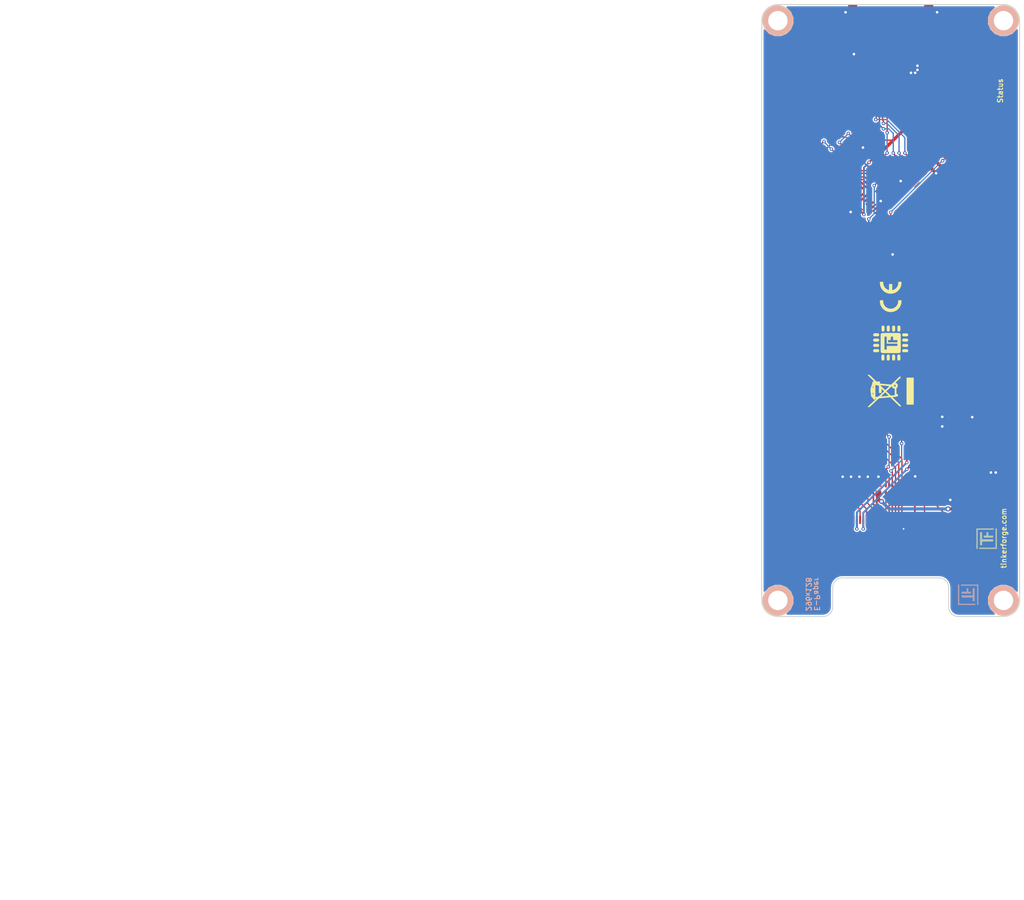
<source format=kicad_pcb>
(kicad_pcb (version 20211014) (generator pcbnew)
  (layers (0 "F.Cu" signal) (31 "B.Cu" signal) (34 "B.Paste" user) (35 "F.Paste" user) (36 "B.SilkS" user "B.Silkscreen") (37 "F.SilkS" user "F.Silkscreen") (38 "B.Mask" user) (39 "F.Mask" user) (44 "Edge.Cuts" user))
  (net 0 "")
  (net 1 "Net-(C1-Pad2)")
  (net 2 "GND")
  (net 3 "VGH")
  (net 4 "VCI")
  (net 5 "VGL")
  (net 6 "Net-(C7-Pad2)")
  (net 7 "Net-(C9-Pad1)")
  (net 8 "Net-(C10-Pad1)")
  (net 9 "Net-(C11-Pad1)")
  (net 10 "Net-(C15-Pad1)")
  (net 11 "Net-(C16-Pad1)")
  (net 12 "Net-(D1-Pad2)")
  (net 13 "Net-(P1-Pad4)")
  (net 14 "Net-(P1-Pad5)")
  (net 15 "Net-(P1-Pad6)")
  (net 16 "Net-(P4-Pad2)")
  (net 17 "Net-(P5-Pad1)")
  (net 18 "RESE")
  (net 19 "GDR")
  (net 20 "Net-(R2-Pad1)")
  (net 21 "S-MISO")
  (net 22 "S-MOSI")
  (net 23 "S-CLK")
  (net 24 "S-CS")
  (net 25 "TSCL")
  (net 26 "TSDA")
  (net 27 "CS#")
  (net 28 "CLK")
  (net 29 "MISO_MOSI")
  (net 30 "BUSY")
  (net 31 "RES#")
  (net 32 "DC#")
  (net 33 "+VSW")
  (net 34 "3V3")
  (net 35 "Net-(RP101-Pad1)")
  (net 36 "Net-(RP101-Pad2)")
  (net 37 "Net-(RP101-Pad3)")
  (net 38 "Net-(RP101-Pad4)")
  (footprint "kicad-libraries:C0402F" (layer "F.Cu") (at 146.25 65.2)
    (fp_text reference "C1")
    (fp_text value "220pF")
  )
  (footprint "kicad-libraries:C0603F" (layer "F.Cu") (at 159.45 123.75 -90)
    (fp_text reference "C2")
    (fp_text value "1uF")
  )
  (footprint "kicad-libraries:C0805" (layer "F.Cu") (at 153.00076 65.5 180)
    (fp_text reference "C3")
    (fp_text value "10uF")
  )
  (footprint "kicad-libraries:C0603F" (layer "F.Cu") (at 153.25 67.5 180)
    (fp_text reference "C4")
    (fp_text value "1uF")
  )
  (footprint "kicad-libraries:C0603F" (layer "F.Cu") (at 159.45 120.75 90)
    (fp_text reference "C5")
    (fp_text value "1uF")
  )
  (footprint "kicad-libraries:C0603F" (layer "F.Cu") (at 147.45 80.95 -45)
    (fp_text reference "C6")
    (fp_text value "100nF")
  )
  (footprint "kicad-libraries:C0603F" (layer "F.Cu") (at 146.95 132.65 -90)
    (fp_text reference "C7")
    (fp_text value "1uF/10V")
  )
  (footprint "kicad-libraries:C0603F" (layer "F.Cu") (at 148.6 132.65 90)
    (fp_text reference "C8")
    (fp_text value "4,7uF/10V")
  )
  (footprint "kicad-libraries:C0603F" (layer "F.Cu") (at 145.65 132.65 90)
    (fp_text reference "C10")
    (fp_text value "1uF/25V")
  )
  (footprint "kicad-libraries:C0603F" (layer "F.Cu") (at 154.25 132.65 90)
    (fp_text reference "C11")
    (fp_text value "1uF/25V")
  )
  (footprint "kicad-libraries:C0603F" (layer "F.Cu") (at 145.05 88.8 -45)
    (fp_text reference "C13")
    (fp_text value "100nF")
  )
  (footprint "kicad-libraries:C0603F" (layer "F.Cu") (at 144.35 132.65 90)
    (fp_text reference "C15")
    (fp_text value "1uF/25V")
  )
  (footprint "kicad-libraries:C0603F" (layer "F.Cu") (at 143.05 132.65 90)
    (fp_text reference "C16")
    (fp_text value "0,47uF/25V")
  )
  (footprint "kicad-libraries:C0603F" (layer "F.Cu") (at 164.85 131.95 90)
    (fp_text reference "C17")
    (fp_text value "1uF")
  )
  (footprint "kicad-libraries:D0603F" (layer "F.Cu") (at 169 70.9 -90)
    (fp_text reference "D1")
    (fp_text value "blue")
  )
  (footprint "kicad-libraries:SOD-123" (layer "F.Cu") (at 161.3 124.25 -90)
    (fp_text reference "D2")
    (fp_text value "B0520LW")
  )
  (footprint "kicad-libraries:SOD-123" (layer "F.Cu") (at 159.45 128.2 90)
    (fp_text reference "D3")
    (fp_text value "B0520LW")
  )
  (footprint "kicad-libraries:SOD-123" (layer "F.Cu") (at 163.15 124.25 90)
    (fp_text reference "D4")
    (fp_text value "B0520LW")
  )
  (footprint "NRH3015" (layer "F.Cu") (at 162.4 131.95)
    (fp_text reference "L1")
    (fp_text value "NR3015T4R7M")
  )
  (footprint "kicad-libraries:CON-SENSOR2" (layer "F.Cu") (at 150.5 57.5 180)
    (fp_text reference "P1")
    (fp_text value "CON-SENSOR")
  )
  (footprint "kicad-libraries:DEBUG_PAD" (layer "F.Cu") (at 153.05 95.15 -90)
    (fp_text reference "P5")
    (fp_text value "DEBUG")
  )
  (footprint "kicad-libraries:SOT23GDS" (layer "F.Cu") (at 158.4 131.949999 90)
    (fp_text reference "Q1")
    (fp_text value "2N7002P")
  )
  (footprint "kicad-libraries:R0603F" (layer "F.Cu") (at 158.15 134.4)
    (fp_text reference "R1")
    (fp_text value "2,2")
  )
  (footprint "kicad-libraries:R0603F" (layer "F.Cu") (at 169 74.1 90)
    (fp_text reference "R2")
    (fp_text value "1k")
  )
  (footprint "kicad-libraries:4X0402" (layer "F.Cu") (at 149 65.75 180)
    (fp_text reference "RP1")
    (fp_text value "82")
  )
  (footprint "kicad-libraries:4X0402" (layer "F.Cu") (at 143.75 80.1 -135)
    (fp_text reference "RP2")
    (fp_text value "4,7k")
  )
  (footprint "kicad-libraries:QFN48-EP2" (layer "F.Cu") (at 150.5 86.5 45)
    (fp_text reference "U1")
    (fp_text value "XMC1404")
  )
  (footprint "kicad-libraries:DRILL_NP" (layer "F.Cu") (at 133 150 -90)
    (fp_text reference "U4" hide)
    (fp_text value "DRILL" hide)
  )
  (footprint "kicad-libraries:DRILL_NP" (layer "F.Cu") (at 168 150 -90)
    (fp_text reference "U5" hide)
    (fp_text value "DRILL" hide)
  )
  (footprint "kicad-libraries:DRILL_NP" (layer "F.Cu") (at 133 60 -90)
    (fp_text reference "U6" hide)
    (fp_text value "DRILL" hide)
  )
  (footprint "kicad-libraries:DRILL_NP" (layer "F.Cu") (at 168 60 -90)
    (fp_text reference "U7" hide)
    (fp_text value "DRILL" hide)
  )
  (footprint "kicad-libraries:ER-CON24HT-1" (layer "F.Cu") (at 150.5 137.5)
    (fp_text reference "U2")
    (fp_text value "Con24HT")
  )
  (footprint "kicad-libraries:C0603F" (layer "F.Cu") (at 156.03033 82.18033 135)
    (fp_text reference "C14")
    (fp_text value "220nF")
  )
  (footprint "kicad-libraries:C0603F" (layer "F.Cu") (at 154.98033 83.18033 135)
    (fp_text reference "C12")
    (fp_text value "100nF")
  )
  (footprint "kicad-libraries:C0603F" (layer "F.Cu") (at 161.3 128.6 -90)
    (fp_text reference "C9")
    (fp_text value "1uF")
  )
  (footprint "kicad-libraries:R0603F" (layer "F.Cu") (at 168.15 131.95 -90)
    (fp_text reference "L2")
    (fp_text value "FB")
  )
  (footprint "kicad-libraries:CE_5mm" (layer "F.Cu") (at 150.5 102.85 90)
    (fp_text reference "VAL" hide)
    (fp_text value "CE_5mm" hide)
  )
  (footprint "kicad-libraries:C0805E" (layer "F.Cu") (at 166.5 131.95 90)
    (fp_text reference "C18")
    (fp_text value "10uF")
  )
  (footprint "kicad-libraries:SolderJumper" (layer "F.Cu") (at 150.8 95.175 90)
    (fp_text reference "P4")
    (fp_text value "BOOT")
  )
  (footprint "kicad-libraries:WEEE_7mm" (layer "F.Cu") (at 150.5 117.5 90)
    (fp_text reference "VAL" hide)
    (fp_text value "WEEE_7mm" hide)
  )
  (footprint "kicad-libraries:Logo_CoMCU" (layer "F.Cu") (at 150.5 110.05 90)
    (fp_text reference "G***" hide)
    (fp_text value "LOGO" hide)
  )
  (footprint "kicad-libraries:4X0402" (layer "F.Cu") (at 150.5 132.7)
    (fp_text reference "RP101")
    (fp_text value "220")
  )
  (footprint "kicad-libraries:Fiducial_Mark" (layer "F.Cu") (at 163.5 64.5 -90)
    (fp_text reference "Fiducial_Mark" hide)
    (fp_text value "VAL**" hide)
  )
  (footprint "kicad-libraries:Fiducial_Mark" (layer "F.Cu") (at 137.5 64.5 -90)
    (fp_text reference "Fiducial_Mark" hide)
    (fp_text value "VAL**" hide)
  )
  (footprint "kicad-libraries:Fiducial_Mark" (layer "F.Cu") (at 137.5 145.5 -90)
    (fp_text reference "Fiducial_Mark" hide)
    (fp_text value "VAL**" hide)
  )
  (footprint "kicad-libraries:Fiducial_Mark" (layer "F.Cu") (at 160.5 145.5 -90)
    (fp_text reference "Fiducial_Mark" hide)
    (fp_text value "VAL**" hide)
  )
  (footprint "kicad-libraries:Logo_31x31" (layer "F.Cu") (at 163.8 142 90)
    (fp_text reference "G***" hide)
    (fp_text value "Logo_31x31" hide)
  )
  (footprint "kicad-libraries:Logo_31x31" (layer "B.Cu") (at 164.1 150.7 90)
    (fp_text reference "G***" hide)
    (fp_text value "Logo_31x31" hide)
  )
  (footprint "kicad-libraries:E-Paper-296x128" (layer "B.Cu") (at 150.5 105 -90)
    (fp_text reference "REF**")
    (fp_text value "E-Paper-296x128")
  )
  (gr_arc (start 141.5 148) (mid 141.93934 146.93934) (end 143 146.5) (layer "Edge.Cuts") (width 0.15))
  (gr_line (start 158 146.5) (end 143 146.5) (layer "Edge.Cuts") (width 0.15))
  (gr_arc (start 130.5 60) (mid 131.232233 58.232233) (end 133 57.5) (layer "Edge.Cuts") (width 0.15))
  (gr_arc (start 133 152.5) (mid 131.232233 151.767767) (end 130.5 150) (layer "Edge.Cuts") (width 0.15))
  (gr_arc (start 158 146.5) (mid 159.06066 146.93934) (end 159.5 148) (layer "Edge.Cuts") (width 0.15))
  (gr_line (start 133 152.5) (end 140 152.5) (layer "Edge.Cuts") (width 0.15))
  (gr_line (start 130.5 60) (end 130.5 150) (layer "Edge.Cuts") (width 0.15))
  (gr_line (start 141.5 151) (end 141.5 148) (layer "Edge.Cuts") (width 0.15))
  (gr_arc (start 141.5 151) (mid 141.06066 152.06066) (end 140 152.5) (layer "Edge.Cuts") (width 0.15))
  (gr_line (start 133 57.5) (end 168 57.5) (layer "Edge.Cuts") (width 0.15))
  (gr_arc (start 161 152.5) (mid 159.93934 152.06066) (end 159.5 151) (layer "Edge.Cuts") (width 0.15))
  (gr_line (start 159.5 151) (end 159.5 148) (layer "Edge.Cuts") (width 0.15))
  (gr_line (start 170.5 150) (end 170.5 60) (layer "Edge.Cuts") (width 0.15))
  (gr_arc (start 170.5 150) (mid 169.767767 151.767767) (end 168 152.5) (layer "Edge.Cuts") (width 0.15))
  (gr_arc (start 168 57.5) (mid 169.767767 58.232233) (end 170.5 60) (layer "Edge.Cuts") (width 0.15))
  (gr_line (start 161 152.5) (end 168 152.5) (layer "Edge.Cuts") (width 0.15))
  (gr_text "E-Paper\n296x128" (at 138.4 149.05 -90) (layer "B.SilkS") (effects (font (size 0.8 0.8)) (justify mirror)))
  (gr_text "tinkerforge.com" (at 168.05 140.35 90) (layer "F.SilkS") (effects (font (size 0.8 0.8))))
  (gr_text "Status" (at 167.5 70.9 90) (layer "F.SilkS") (effects (font (size 0.8 0.8))))
  (segment (start 148.2507 65.175) (end 146.775 65.175) (width 0.2) (layer "F.Cu") (net 1))
  (segment (start 146.75 65.2) (end 146.75 62.1) (width 0.2) (layer "F.Cu") (net 1))
  (segment (start 146.775 65.175) (end 146.75 65.2) (width 0.2) (layer "F.Cu") (net 1))
  (segment (start 155.56066 83.71066) (end 156.56066 82.71066) (width 0.2) (layer "F.Cu") (net 2))
  (segment (start 155.51066 83.71066) (end 155.56066 83.71066) (width 0.2) (layer "F.Cu") (net 2))
  (segment (start 153.48382 84.57585) (end 153.483296 84.575851) (width 0.3) (layer "F.Cu") (net 2))
  (segment (start 144.51967 88.26967) (end 144.843675 88.26967) (width 0.2) (layer "F.Cu") (net 2))
  (segment (start 144.283267 88.506073) (end 144.283267 89.7) (width 0.5) (layer "F.Cu") (net 2))
  (segment (start 150.5 86.5) (end 150.45 86.5) (width 0.5) (layer "F.Cu") (net 2))
  (segment (start 146.91967 80.41967) (end 146.2 79.7) (width 0.5) (layer "F.Cu") (net 2))
  (segment (start 151.3 95.7) (end 150.8 95.7) (width 0.2) (layer "F.Cu") (net 2))
  (segment (start 153 62.1) (end 153 63.55) (width 0.5) (layer "F.Cu") (net 2))
  (segment (start 154.65 67) (end 154.65 67.65) (width 0.5) (layer "F.Cu") (net 2))
  (segment (start 145.65 131.9) (end 145.65 130.8) (width 0.5) (layer "F.Cu") (net 2))
  (segment (start 148.25 135.521764) (end 147.824999 135.096763) (width 0.25) (layer "F.Cu") (net 2))
  (segment (start 156.56066 82.71066) (end 157.544975 83.694975) (width 0.5) (layer "F.Cu") (net 2))
  (segment (start 153.48382 84.57585) (end 154.05967 84) (width 0.2) (layer "F.Cu") (net 2))
  (segment (start 159.45 123) (end 158.5 123) (width 0.5) (layer "F.Cu") (net 2))
  (segment (start 159.45 121.5) (end 158.5 121.5) (width 0.5) (layer "F.Cu") (net 2))
  (segment (start 153.65 68.1) (end 153.65 67.85) (width 0.5) (layer "F.Cu") (net 2))
  (segment (start 150.45 86.5) (end 148.95 88) (width 0.5) (layer "F.Cu") (net 2))
  (segment (start 166.2 131.4) (end 166.65 130.95) (width 0.5) (layer "F.Cu") (net 2))
  (segment (start 150.359998 95.675) (end 150.25 95.565002) (width 0.2) (layer "F.Cu") (net 2))
  (segment (start 154.00152 64.55152) (end 154.00152 65.5) (width 0.5) (layer "F.Cu") (net 2))
  (segment (start 147.824999 135.096763) (end 147.824999 132.275001) (width 0.25) (layer "F.Cu") (net 2))
  (segment (start 147.824999 132.275001) (end 148.2 131.9) (width 0.25) (layer "F.Cu") (net 2))
  (segment (start 150.8 95.675) (end 150.8 96.3) (width 0.3) (layer "F.Cu") (net 2))
  (segment (start 166.5 130.6) (end 166.05 130.15) (width 0.5) (layer "F.Cu") (net 2))
  (segment (start 144.843675 88.26967) (end 146.004484 87.108861) (width 0.2) (layer "F.Cu") (net 2))
  (segment (start 156.4 58.7) (end 157.700018 58.7) (width 0.5) (layer "F.Cu") (net 2))
  (segment (start 166.5 131) (end 165.05 131) (width 0.5) (layer "F.Cu") (net 2))
  (segment (start 154.00152 65.5) (end 154.00152 67.49848) (width 0.5) (layer "F.Cu") (net 2))
  (segment (start 154.15 67.5) (end 154.65 67) (width 0.5) (layer "F.Cu") (net 2))
  (segment (start 148.25 137.5) (end 148.25 135.521764) (width 0.25) (layer "F.Cu") (net 2))
  (segment (start 150.8 95.675) (end 150.359998 95.675) (width 0.2) (layer "F.Cu") (net 2))
  (segment (start 154.25 131.9) (end 154.25 130.8) (width 0.25) (layer "F.Cu") (net 2))
  (segment (start 154.65 67.65) (end 154.65 67.75) (width 0.5) (layer "F.Cu") (net 2))
  (segment (start 146.95 131.9) (end 146.95 130.8) (width 0.5) (layer "F.Cu") (net 2))
  (segment (start 152.75 138.65) (end 152.5 138.9) (width 0.25) (layer "F.Cu") (net 2))
  (segment (start 154.65 67.75) (end 154.3 68.1) (width 0.5) (layer "F.Cu") (net 2))
  (segment (start 158.9 134.4) (end 159.75 134.4) (width 0.5) (layer "F.Cu") (net 2))
  (segment (start 166.5 130.45) (end 166.8 130.15) (width 0.5) (layer "F.Cu") (net 2))
  (segment (start 154.00152 67.49848) (end 154 67.5) (width 0.5) (layer "F.Cu") (net 2))
  (segment (start 153 63.55) (end 154.00152 64.55152) (width 0.5) (layer "F.Cu") (net 2))
  (segment (start 150.25 95.565002) (end 150.25 95.4) (width 0.2) (layer "F.Cu") (net 2))
  (segment (start 152.75 137.5) (end 152.75 138.65) (width 0.25) (layer "F.Cu") (net 2))
  (segment (start 144.51967 88.26967) (end 144.283267 88.506073) (width 0.5) (layer "F.Cu") (net 2))
  (segment (start 148.6 131.9) (end 148.6 130.8) (width 0.5) (layer "F.Cu") (net 2))
  (segment (start 152.050009 84.949991) (end 152.050009 84.899991) (width 0.5) (layer "F.Cu") (net 2))
  (segment (start 165.05 131) (end 164.85 131.2) (width 0.5) (layer "F.Cu") (net 2))
  (segment (start 153.65 67.85) (end 154 67.5) (width 0.5) (layer "F.Cu") (net 2))
  (segment (start 163.15 122.40088) (end 163.15 121.55) (width 0.5) (layer "F.Cu") (net 2))
  (segment (start 154.25 130.8) (end 154.3 130.75) (width 0.25) (layer "F.Cu") (net 2))
  (segment (start 151.075 95.675) (end 151.124999 95.625001) (width 0.2) (layer "F.Cu") (net 2))
  (segment (start 143.05 131.9) (end 143.05 130.8) (width 0.5) (layer "F.Cu") (net 2))
  (segment (start 150.8 95.7) (end 150.3 95.7) (width 0.2) (layer "F.Cu") (net 2))
  (segment (start 148.2 131.9) (end 148.6 131.9) (width 0.25) (layer "F.Cu") (net 2))
  (segment (start 155.22132 84) (end 155.51066 83.71066) (width 0.2) (layer "F.Cu") (net 2))
  (segment (start 166.5 131) (end 166.5 130.6) (width 0.5) (layer "F.Cu") (net 2))
  (segment (start 159.45 121.5) (end 159.45 123) (width 0.5) (layer "F.Cu") (net 2))
  (segment (start 154.2 131.9) (end 154.3 131.8) (width 0.5) (layer "F.Cu") (net 2))
  (segment (start 154.3 68.1) (end 153.65 68.1) (width 0.5) (layer "F.Cu") (net 2))
  (segment (start 150.8 95.675) (end 151.075 95.675) (width 0.2) (layer "F.Cu") (net 2))
  (segment (start 150.5 86.5) (end 152.050009 84.949991) (width 0.5) (layer "F.Cu") (net 2))
  (segment (start 166.5 131) (end 166.5 130.45) (width 0.5) (layer "F.Cu") (net 2))
  (segment (start 166.65 130.95) (end 166.65 130.45) (width 0.5) (layer "F.Cu") (net 2))
  (segment (start 154 67.5) (end 154.15 67.5) (width 0.5) (layer "F.Cu") (net 2))
  (segment (start 154.05967 84) (end 155.22132 84) (width 0.2) (layer "F.Cu") (net 2))
  (segment (start 144.6 58.7) (end 143.499994 58.7) (width 0.5) (layer "F.Cu") (net 2))
  (segment (start 145.75 65.2) (end 144.799992 65.2) (width 0.5) (layer "F.Cu") (net 2))
  (segment (start 151.35 95.65) (end 151.3 95.7) (width 0.2) (layer "F.Cu") (net 2))
  (segment (start 144.35 131.9) (end 144.35 130.8) (width 0.5) (layer "F.Cu") (net 2))
  (segment (start 151.35 95.4) (end 151.35 95.65) (width 0.2) (layer "F.Cu") (net 2))
  (via (at 144.35 130.8) (size 0.8) (drill 0.4) (layers "F.Cu" "B.Cu") (net 2))
  (via (at 154.65 67) (size 0.8) (drill 0.4) (layers "F.Cu" "B.Cu") (net 2))
  (via (at 157.700018 58.7) (size 0.8) (drill 0.4) (layers "F.Cu" "B.Cu") (net 2))
  (via (at 163.15 121.55) (size 0.8) (drill 0.4) (layers "F.Cu" "B.Cu") (net 2))
  (via (at 143.499994 58.7) (size 0.8) (drill 0.4) (layers "F.Cu" "B.Cu") (net 2))
  (via (at 166.05 130.15) (size 0.8) (drill 0.4) (layers "F.Cu" "B.Cu") (net 2))
  (via (at 157.544975 83.694975) (size 0.8) (drill 0.4) (layers "F.Cu" "B.Cu") (net 2))
  (via (at 146.2 79.7) (size 0.8) (drill 0.4) (layers "F.Cu" "B.Cu") (net 2))
  (via (at 144.283267 89.7) (size 0.8) (drill 0.4) (layers "F.Cu" "B.Cu") (net 2))
  (via (at 154.65 67.65) (size 0.8) (drill 0.4) (layers "F.Cu" "B.Cu") (net 2))
  (via (at 145.65 130.8) (size 0.8) (drill 0.4) (layers "F.Cu" "B.Cu") (net 2))
  (via (at 148.6 130.8) (size 0.8) (drill 0.4) (layers "F.Cu" "B.Cu") (net 2))
  (via (at 152.5 138.9) (size 0.55) (drill 0.25) (layers "F.Cu" "B.Cu") (net 2))
  (via (at 154.3 68.1) (size 0.8) (drill 0.4) (layers "F.Cu" "B.Cu") (net 2))
  (via (at 166.8 130.15) (size 0.8) (drill 0.4) (layers "F.Cu" "B.Cu") (net 2))
  (via (at 144.799992 65.2) (size 0.8) (drill 0.4) (layers "F.Cu" "B.Cu") (net 2))
  (via (at 153.65 68.1) (size 0.8) (drill 0.4) (layers "F.Cu" "B.Cu") (net 2))
  (via (at 152.050009 84.899991) (size 0.8) (drill 0.4) (layers "F.Cu" "B.Cu") (net 2))
  (via (at 150.8 96.3) (size 0.8) (drill 0.4) (layers "F.Cu" "B.Cu") (net 2))
  (via (at 158.5 123) (size 0.8) (drill 0.4) (layers "F.Cu" "B.Cu") (net 2))
  (via (at 146.95 130.8) (size 0.8) (drill 0.4) (layers "F.Cu" "B.Cu") (net 2))
  (via (at 143.05 130.8) (size 0.8) (drill 0.4) (layers "F.Cu" "B.Cu") (net 2))
  (via (at 154.3 130.75) (size 0.8) (drill 0.4) (layers "F.Cu" "B.Cu") (net 2))
  (via (at 159.75 134.4) (size 0.8) (drill 0.4) (layers "F.Cu" "B.Cu") (net 2))
  (via (at 158.5 121.5) (size 0.8) (drill 0.4) (layers "F.Cu" "B.Cu") (net 2))
  (via (at 148.95 88) (size 0.8) (drill 0.4) (layers "F.Cu" "B.Cu") (net 2))
  (segment (start 158.79948 126.35088) (end 159.45 126.35088) (width 0.3) (layer "F.Cu") (net 3))
  (segment (start 146.25 137.5) (end 146.25 138.9) (width 0.3) (layer "F.Cu") (net 3))
  (segment (start 159.45 126.35088) (end 159.45 124.5) (width 0.5) (layer "F.Cu") (net 3))
  (segment (start 153 129.65) (end 156.29912 126.35088) (width 0.3) (layer "F.Cu") (net 3))
  (segment (start 156.29912 126.35088) (end 158.79948 126.35088) (width 0.3) (layer "F.Cu") (net 3))
  (via (at 153 129.65) (size 0.55) (drill 0.25) (layers "F.Cu" "B.Cu") (net 3))
  (via (at 146.25 138.9) (size 0.55) (drill 0.25) (layers "F.Cu" "B.Cu") (net 3))
  (segment (start 146.25 136.4) (end 152.725001 129.924999) (width 0.3) (layer "B.Cu") (net 3))
  (segment (start 146.25 138.9) (end 146.25 136.4) (width 0.3) (layer "B.Cu") (net 3))
  (segment (start 152.725001 129.924999) (end 153 129.65) (width 0.3) (layer "B.Cu") (net 3))
  (segment (start 148.6 135.2) (end 148.35 134.95) (width 0.3) (layer "F.Cu") (net 4))
  (segment (start 164.85 132.7) (end 164.24982 132.7) (width 0.5) (layer "F.Cu") (net 4))
  (segment (start 167.95 132.9) (end 168.15 132.7) (width 0.5) (layer "F.Cu") (net 4))
  (segment (start 148.6 134.35) (end 148.880338 134.630338) (width 0.5) (layer "F.Cu") (net 4))
  (segment (start 148.6 133.4) (end 148.7 133.4) (width 0.2) (layer "F.Cu") (net 4))
  (segment (start 149.25 137.5) (end 149.25 135.85) (width 0.3) (layer "F.Cu") (net 4))
  (segment (start 148.75 137.5) (end 148.75 135.35) (width 0.3) (layer "F.Cu") (net 4))
  (segment (start 148.6 133.4) (end 148.6 134.35) (width 0.5) (layer "F.Cu") (net 4))
  (segment (start 164.85 132.7) (end 166.3 132.7) (width 0.5) (layer "F.Cu") (net 4))
  (segment (start 148.880338 134.630338) (end 149.080338 134.630338) (width 0.5) (layer "F.Cu") (net 4))
  (segment (start 162.7 135.8) (end 164.85 133.65) (width 0.5) (layer "F.Cu") (net 4))
  (segment (start 164.24982 132.7) (end 163.49982 131.95) (width 0.5) (layer "F.Cu") (net 4))
  (segment (start 166.5 132.9) (end 167.95 132.9) (width 0.5) (layer "F.Cu") (net 4))
  (segment (start 166.3 132.7) (end 166.5 132.9) (width 0.5) (layer "F.Cu") (net 4))
  (segment (start 166.7 132.8) (end 166.65 132.85) (width 0.5) (layer "F.Cu") (net 4))
  (segment (start 159.4 135.8) (end 162.7 135.8) (width 0.5) (layer "F.Cu") (net 4))
  (segment (start 148.35 134.95) (end 148.35 133.65) (width 0.3) (layer "F.Cu") (net 4))
  (segment (start 149.25 135.85) (end 148.6 135.2) (width 0.3) (layer "F.Cu") (net 4))
  (segment (start 148.75 135.35) (end 148.6 135.2) (width 0.3) (layer "F.Cu") (net 4))
  (segment (start 148.35 133.65) (end 148.6 133.4) (width 0.3) (layer "F.Cu") (net 4))
  (segment (start 163.45 131.99982) (end 163.49982 131.95) (width 0.2) (layer "F.Cu") (net 4))
  (segment (start 164.85 133.65) (end 164.85 132.7) (width 0.5) (layer "F.Cu") (net 4))
  (via (at 149.080338 134.630338) (size 0.8) (drill 0.4) (layers "F.Cu" "B.Cu") (net 4))
  (via (at 159.4 135.8) (size 0.8) (drill 0.4) (layers "F.Cu" "B.Cu") (net 4))
  (segment (start 159.4 135.8) (end 150.25 135.8) (width 0.5) (layer "B.Cu") (net 4))
  (segment (start 150.25 135.8) (end 149.480337 135.030337) (width 0.5) (layer "B.Cu") (net 4))
  (segment (start 149.480337 135.030337) (end 149.080338 134.630338) (width 0.5) (layer "B.Cu") (net 4))
  (segment (start 161.3 122.40088) (end 161.3 120.9) (width 0.5) (layer "F.Cu") (net 5))
  (segment (start 161.3 120.9) (end 160.4 120) (width 0.5) (layer "F.Cu") (net 5))
  (segment (start 153 128.6) (end 153 125.7) (width 0.3) (layer "F.Cu") (net 5))
  (segment (start 145.25 137.5) (end 145.25 138.9) (width 0.3) (layer "F.Cu") (net 5))
  (segment (start 158.7 120) (end 159.45 120) (width 0.3) (layer "F.Cu") (net 5))
  (segment (start 160.4 120) (end 159.45 120) (width 0.5) (layer "F.Cu") (net 5))
  (segment (start 153 125.7) (end 158.7 120) (width 0.3) (layer "F.Cu") (net 5))
  (via (at 153 128.6) (size 0.55) (drill 0.25) (layers "F.Cu" "B.Cu") (net 5))
  (via (at 145.25 138.9) (size 0.55) (drill 0.25) (layers "F.Cu" "B.Cu") (net 5))
  (segment (start 145.25 136.35) (end 152.725001 128.874999) (width 0.3) (layer "B.Cu") (net 5))
  (segment (start 152.725001 128.874999) (end 153 128.6) (width 0.3) (layer "B.Cu") (net 5))
  (segment (start 145.25 138.9) (end 145.25 136.35) (width 0.3) (layer "B.Cu") (net 5))
  (segment (start 146.95 133.4) (end 146.95 134.95) (width 0.2) (layer "F.Cu") (net 6))
  (segment (start 146.95 134.95) (end 147.75 135.75) (width 0.2) (layer "F.Cu") (net 6))
  (segment (start 147.75 135.75) (end 147.75 137.5) (width 0.2) (layer "F.Cu") (net 6))
  (segment (start 161.3 126.09912) (end 163.15 126.09912) (width 0.5) (layer "F.Cu") (net 7))
  (segment (start 161.3 126.09912) (end 161.3 127.85) (width 0.5) (layer "F.Cu") (net 7))
  (segment (start 146.75 137.5) (end 146.75 135.8) (width 0.2) (layer "F.Cu") (net 8))
  (segment (start 145.65 134.7) (end 145.65 134.05) (width 0.2) (layer "F.Cu") (net 8))
  (segment (start 146.75 135.8) (end 145.65 134.7) (width 0.2) (layer "F.Cu") (net 8))
  (segment (start 145.65 134.05) (end 145.65 133.4) (width 0.2) (layer "F.Cu") (net 8))
  (segment (start 154.25 133.4) (end 154.25 136.625) (width 0.25) (layer "F.Cu") (net 9))
  (segment (start 154.2 133.4) (end 154.25 133.4) (width 0.25) (layer "F.Cu") (net 9))
  (segment (start 154.25 136.625) (end 154.25 137.5) (width 0.25) (layer "F.Cu") (net 9))
  (segment (start 144.35 134.5) (end 144.35 134.05) (width 0.2) (layer "F.Cu") (net 10))
  (segment (start 145.75 137.5) (end 145.75 135.9) (width 0.2) (layer "F.Cu") (net 10))
  (segment (start 145.75 135.9) (end 144.35 134.5) (width 0.2) (layer "F.Cu") (net 10))
  (segment (start 144.35 134.05) (end 144.35 133.4) (width 0.2) (layer "F.Cu") (net 10))
  (segment (start 143.05 134.05) (end 143.05 133.4) (width 0.2) (layer "F.Cu") (net 11))
  (segment (start 144.75 136) (end 143.05 134.3) (width 0.2) (layer "F.Cu") (net 11))
  (segment (start 143.05 134.3) (end 143.05 134.05) (width 0.2) (layer "F.Cu") (net 11))
  (segment (start 144.75 137.5) (end 144.75 136) (width 0.2) (layer "F.Cu") (net 11))
  (segment (start 169 73.35) (end 169 71.6) (width 0.2) (layer "F.Cu") (net 12))
  (segment (start 150.5 62.1) (end 150.5 63.6) (width 0.2) (layer "F.Cu") (net 13))
  (segment (start 149.7493 64.3507) (end 149.7493 65.175) (width 0.2) (layer "F.Cu") (net 13))
  (segment (start 150.5 63.6) (end 149.7493 64.3507) (width 0.2) (layer "F.Cu") (net 13))
  (segment (start 149.25 62.1) (end 149.25 65.17392) (width 0.2) (layer "F.Cu") (net 14))
  (segment (start 149.25 65.17392) (end 149.24892 65.175) (width 0.2) (layer "F.Cu") (net 14))
  (segment (start 148.75108 64.660518) (end 148.75108 65.175) (width 0.2) (layer "F.Cu") (net 15))
  (segment (start 148 62.1) (end 148 63.909438) (width 0.2) (layer "F.Cu") (net 15))
  (segment (start 148 63.909438) (end 148.75108 64.660518) (width 0.2) (layer "F.Cu") (net 15))
  (segment (start 150.8 94.625) (end 151.7 93.725) (width 0.2) (layer "F.Cu") (net 16))
  (segment (start 151.7 93.725) (end 151.7 91.586655) (width 0.2) (layer "F.Cu") (net 16))
  (segment (start 150.8 95.025) (end 150.8 94.625) (width 0.2) (layer "F.Cu") (net 16))
  (segment (start 151.7 91.586655) (end 151.110657 90.997312) (width 0.2) (layer "F.Cu") (net 16))
  (segment (start 153.05 91.521366) (end 151.818302 90.289668) (width 0.2) (layer "F.Cu") (net 17))
  (segment (start 153.05 95.15) (end 153.05 91.521366) (width 0.2) (layer "F.Cu") (net 17))
  (segment (start 156.4 142.05) (end 158.9 142.05) (width 0.2) (layer "F.Cu") (net 18))
  (segment (start 155.25 140.9) (end 156.4 142.05) (width 0.2) (layer "F.Cu") (net 18))
  (segment (start 158.9 142.05) (end 159.754945 141.195055) (width 0.2) (layer "F.Cu") (net 18))
  (segment (start 157.4 132.854999) (end 157.384 132.838999) (width 0.2) (layer "F.Cu") (net 18))
  (segment (start 157.4 134.4) (end 157.4 132.854999) (width 0.2) (layer "F.Cu") (net 18))
  (segment (start 159.754945 137.404945) (end 157.4 135.05) (width 0.2) (layer "F.Cu") (net 18))
  (segment (start 155.25 137.5) (end 155.25 140.9) (width 0.2) (layer "F.Cu") (net 18))
  (segment (start 159.754945 141.195055) (end 159.754945 137.404945) (width 0.2) (layer "F.Cu") (net 18))
  (segment (start 157.4 135.05) (end 157.4 134.4) (width 0.2) (layer "F.Cu") (net 18))
  (segment (start 155.75 132.037799) (end 156.7268 131.060999) (width 0.2) (layer "F.Cu") (net 19))
  (segment (start 156.7268 131.060999) (end 157.384 131.060999) (width 0.2) (layer "F.Cu") (net 19))
  (segment (start 155.75 137.5) (end 155.75 132.037799) (width 0.2) (layer "F.Cu") (net 19))
  (segment (start 169 74.85) (end 165.45 74.85) (width 0.2) (layer "F.Cu") (net 20))
  (segment (start 150.5 90.315224) (end 150.5 89.75) (width 0.2) (layer "F.Cu") (net 20))
  (segment (start 149.889343 90.925881) (end 150.5 90.315224) (width 0.2) (layer "F.Cu") (net 20))
  (segment (start 149.889343 90.925881) (end 149.889343 90.997312) (width 0.2) (layer "F.Cu") (net 20))
  (segment (start 158.55 81.75) (end 165.45 74.85) (width 0.2) (layer "F.Cu") (net 20))
  (via (at 158.55 81.75) (size 0.55) (drill 0.25) (layers "F.Cu" "B.Cu") (net 20))
  (via (at 150.5 89.75) (size 0.55) (drill 0.25) (layers "F.Cu" "B.Cu") (net 20))
  (segment (start 150.5 89.75) (end 158.5 81.75) (width 0.2) (layer "B.Cu") (net 20))
  (segment (start 158.5 81.75) (end 158.55 81.75) (width 0.2) (layer "B.Cu") (net 20))
  (segment (start 148.2507 75.27538) (end 148.17608 75.35) (width 0.2) (layer "F.Cu") (net 21))
  (segment (start 153.000768 82.939562) (end 153.000768 80.850768) (width 0.2) (layer "F.Cu") (net 21))
  (segment (start 153.000768 80.850768) (end 152.7 80.55) (width 0.2) (layer "F.Cu") (net 21))
  (segment (start 148.2507 66.325) (end 148.2507 75.27538) (width 0.2) (layer "F.Cu") (net 21))
  (segment (start 152.52415 83.41618) (end 153.000768 82.939562) (width 0.2) (layer "F.Cu") (net 21))
  (segment (start 148.17608 75.35) (end 148.2507 75.27538) (width 0.2) (layer "F.Cu") (net 21))
  (via (at 148.17608 75.35) (size 0.55) (drill 0.25) (layers "F.Cu" "B.Cu") (net 21))
  (via (at 152.7 80.55) (size 0.55) (drill 0.25) (layers "F.Cu" "B.Cu") (net 21))
  (segment (start 152.7 78.167618) (end 149.882382 75.35) (width 0.2) (layer "B.Cu") (net 21))
  (segment (start 152.7 80.55) (end 152.7 78.167618) (width 0.2) (layer "B.Cu") (net 21))
  (segment (start 149.882382 75.35) (end 148.17608 75.35) (width 0.2) (layer "B.Cu") (net 21))
  (segment (start 151.110657 80.760657) (end 150.9 80.55) (width 0.2) (layer "F.Cu") (net 22))
  (segment (start 148.75108 66.325) (end 148.75108 76.17607) (width 0.2) (layer "F.Cu") (net 22))
  (segment (start 151.110657 80.760657) (end 151.110657 82.002688) (width 0.2) (layer "F.Cu") (net 22))
  (segment (start 149.375 76.79999) (end 148.75108 76.17607) (width 0.2) (layer "F.Cu") (net 22))
  (via (at 150.9 80.55) (size 0.55) (drill 0.25) (layers "F.Cu" "B.Cu") (net 22))
  (via (at 149.375 76.79999) (size 0.55) (drill 0.25) (layers "F.Cu" "B.Cu") (net 22))
  (segment (start 150.9 80.55) (end 150.9 77.499016) (width 0.2) (layer "B.Cu") (net 22))
  (segment (start 150.9 77.499016) (end 150.200974 76.79999) (width 0.2) (layer "B.Cu") (net 22))
  (segment (start 150.200974 76.79999) (end 149.375 76.79999) (width 0.2) (layer "B.Cu") (net 22))
  (segment (start 149.24892 66.325) (end 149.24892 75.435012) (width 0.2) (layer "F.Cu") (net 23))
  (segment (start 151.941098 80.691098) (end 151.8 80.55) (width 0.2) (layer "F.Cu") (net 23))
  (segment (start 151.941098 81.879892) (end 151.46448 82.35651) (width 0.2) (layer "F.Cu") (net 23))
  (segment (start 149.375 75.95) (end 149.375 75.561092) (width 0.2) (layer "F.Cu") (net 23))
  (segment (start 151.941098 81.879892) (end 151.941098 80.691098) (width 0.2) (layer "F.Cu") (net 23))
  (segment (start 149.375 75.561092) (end 149.24892 75.435012) (width 0.2) (layer "F.Cu") (net 23))
  (segment (start 149.24892 66.85) (end 149.24892 66.325) (width 0.2) (layer "F.Cu") (net 23))
  (via (at 149.375 75.95) (size 0.55) (drill 0.25) (layers "F.Cu" "B.Cu") (net 23))
  (via (at 151.8 80.55) (size 0.55) (drill 0.25) (layers "F.Cu" "B.Cu") (net 23))
  (segment (start 151.8 80.55) (end 151.8 77.833317) (width 0.2) (layer "B.Cu") (net 23))
  (segment (start 151.8 77.833317) (end 149.916683 75.95) (width 0.2) (layer "B.Cu") (net 23))
  (segment (start 149.916683 75.95) (end 149.375 75.95) (width 0.2) (layer "B.Cu") (net 23))
  (segment (start 149.95 77.399982) (end 149.949982 77.4) (width 0.2) (layer "F.Cu") (net 24))
  (segment (start 149.75 66.3257) (end 149.7493 66.325) (width 0.2) (layer "F.Cu") (net 24))
  (segment (start 149.95 77.399982) (end 149.949982 77.4) (width 0.2) (layer "F.Cu") (net 24))
  (segment (start 149.95 77.399982) (end 149.95 67.45) (width 0.2) (layer "F.Cu") (net 24))
  (segment (start 149.75 67.25) (end 149.95 67.45) (width 0.2) (layer "F.Cu") (net 24))
  (segment (start 149.75 66.3257) (end 149.75 67.25) (width 0.2) (layer "F.Cu") (net 24))
  (segment (start 149.889343 82.002688) (end 149.4 81.513345) (width 0.2) (layer "F.Cu") (net 24))
  (segment (start 149.4 81.085966) (end 149.942983 80.542983) (width 0.2) (layer "F.Cu") (net 24))
  (segment (start 149.4 81.513345) (end 149.4 81.085966) (width 0.2) (layer "F.Cu") (net 24))
  (via (at 149.949982 77.4) (size 0.55) (drill 0.25) (layers "F.Cu" "B.Cu") (net 24))
  (via (at 149.942983 80.542983) (size 0.55) (drill 0.25) (layers "F.Cu" "B.Cu") (net 24))
  (segment (start 149.942983 80.542983) (end 149.942983 77.406999) (width 0.2) (layer "B.Cu") (net 24))
  (segment (start 149.942983 77.406999) (end 149.949982 77.4) (width 0.2) (layer "B.Cu") (net 24))
  (segment (start 143.626751 81.036422) (end 142.386422 81.036422) (width 0.2) (layer "F.Cu") (net 25))
  (segment (start 137.3 140.75) (end 137.3 81.599998) (width 0.2) (layer "F.Cu") (net 25))
  (segment (start 142.386422 81.036422) (end 141.574999 80.224999) (width 0.2) (layer "F.Cu") (net 25))
  (segment (start 148.122028 83.770002) (end 147.64541 83.293384) (width 0.2) (layer "F.Cu") (net 25))
  (segment (start 139.95 143.4) (end 137.3 140.75) (width 0.2) (layer "F.Cu") (net 25))
  (segment (start 153.75 140.85) (end 151.2 143.4) (width 0.2) (layer "F.Cu") (net 25))
  (segment (start 141.574999 80.224999) (end 141.3 79.95) (width 0.2) (layer "F.Cu") (net 25))
  (segment (start 147.64541 83.293384) (end 145.883713 83.293384) (width 0.2) (layer "F.Cu") (net 25))
  (segment (start 139.874999 79.024999) (end 140.149998 78.75) (width 0.2) (layer "F.Cu") (net 25))
  (segment (start 153.75 137.5) (end 153.75 140.85) (width 0.2) (layer "F.Cu") (net 25))
  (segment (start 143.927271 81.336942) (end 143.626751 81.036422) (width 0.2) (layer "F.Cu") (net 25))
  (segment (start 137.3 81.599998) (end 139.874999 79.024999) (width 0.2) (layer "F.Cu") (net 25))
  (segment (start 145.883713 83.293384) (end 143.927271 81.336942) (width 0.2) (layer "F.Cu") (net 25))
  (segment (start 151.2 143.4) (end 139.95 143.4) (width 0.2) (layer "F.Cu") (net 25))
  (via (at 141.3 79.95) (size 0.55) (drill 0.25) (layers "F.Cu" "B.Cu") (net 25))
  (via (at 140.149998 78.75) (size 0.55) (drill 0.25) (layers "F.Cu" "B.Cu") (net 25))
  (segment (start 140.149998 78.799998) (end 140.149998 78.75) (width 0.2) (layer "B.Cu") (net 25))
  (segment (start 141.3 79.95) (end 140.149998 78.799998) (width 0.2) (layer "B.Cu") (net 25))
  (segment (start 141.7 142.25) (end 150.5 142.25) (width 0.2) (layer "F.Cu") (net 26))
  (segment (start 150.5 142.25) (end 153.25 139.5) (width 0.2) (layer "F.Cu") (net 26))
  (segment (start 144.686422 79.238578) (end 143.497844 78.05) (width 0.2) (layer "F.Cu") (net 26))
  (segment (start 139.15 81.248996) (end 139.15 139.7) (width 0.2) (layer "F.Cu") (net 26))
  (segment (start 148.47585 83.41618) (end 147.634671 82.575001) (width 0.2) (layer "F.Cu") (net 26))
  (segment (start 153.25 139.5) (end 153.25 138.325) (width 0.2) (layer "F.Cu") (net 26))
  (segment (start 139.15 139.7) (end 141.7 142.25) (width 0.2) (layer "F.Cu") (net 26))
  (segment (start 144.686422 79.976751) (end 144.686422 79.238578) (width 0.2) (layer "F.Cu") (net 26))
  (segment (start 144.986942 80.277271) (end 144.686422 79.976751) (width 0.2) (layer "F.Cu") (net 26))
  (segment (start 146.873999 82.575001) (end 144.986942 80.687944) (width 0.2) (layer "F.Cu") (net 26))
  (segment (start 147.634671 82.575001) (end 146.873999 82.575001) (width 0.2) (layer "F.Cu") (net 26))
  (segment (start 142.348996 78.05) (end 139.15 81.248996) (width 0.2) (layer "F.Cu") (net 26))
  (segment (start 153.25 138.325) (end 153.25 137.5) (width 0.2) (layer "F.Cu") (net 26))
  (segment (start 144.986942 80.687944) (end 144.986942 80.277271) (width 0.2) (layer "F.Cu") (net 26))
  (segment (start 143.497844 78.05) (end 142.348996 78.05) (width 0.2) (layer "F.Cu") (net 26))
  (segment (start 150.74892 132.125) (end 150.75 132.12392) (width 0.2) (layer "F.Cu") (net 27))
  (segment (start 152.2 91.37901) (end 151.46448 90.64349) (width 0.2) (layer "F.Cu") (net 27))
  (segment (start 152.2 91.37901) (end 152.2 125.261092) (width 0.2) (layer "F.Cu") (net 27))
  (segment (start 150.75 130.1) (end 150.75 132.12392) (width 0.2) (layer "F.Cu") (net 27))
  (segment (start 152.2 125.261092) (end 152.2 125.65) (width 0.2) (layer "F.Cu") (net 27))
  (segment (start 150.75 130.1) (end 150.55 129.9) (width 0.2) (layer "F.Cu") (net 27))
  (via (at 150.55 129.9) (size 0.55) (drill 0.25) (layers "F.Cu" "B.Cu") (net 27))
  (via (at 152.2 125.65) (size 0.55) (drill 0.25) (layers "F.Cu" "B.Cu") (net 27))
  (segment (start 152.2 126.038908) (end 152.2 125.65) (width 0.2) (layer "B.Cu") (net 27))
  (segment (start 152.2 128.25) (end 152.2 126.038908) (width 0.2) (layer "B.Cu") (net 27))
  (segment (start 150.55 129.9) (end 152.2 128.25) (width 0.2) (layer "B.Cu") (net 27))
  (segment (start 150.25108 130.452082) (end 150.25 130.451002) (width 0.2) (layer "F.Cu") (net 28))
  (segment (start 148.24662 84.598646) (end 147.770002 84.122028) (width 0.2) (layer "F.Cu") (net 28))
  (segment (start 150.25 130.451002) (end 149.849994 130.050996) (width 0.2) (layer "F.Cu") (net 28))
  (segment (start 148.351187 85.201189) (end 148.351187 84.703213) (width 0.2) (layer "F.Cu") (net 28))
  (segment (start 148.351187 84.703213) (end 148.24662 84.598646) (width 0.2) (layer "F.Cu") (net 28))
  (segment (start 149.849994 129.550952) (end 150.124993 129.275953) (width 0.2) (layer "F.Cu") (net 28))
  (segment (start 147.951188 85.601188) (end 148.351187 85.201189) (width 0.2) (layer "F.Cu") (net 28))
  (segment (start 147.1 90.8) (end 147.1 121.45) (width 0.2) (layer "F.Cu") (net 28))
  (segment (start 147.1 121.45) (end 149.975001 124.325001) (width 0.2) (layer "F.Cu") (net 28))
  (segment (start 149.849994 130.050996) (end 149.849994 129.550952) (width 0.2) (layer "F.Cu") (net 28))
  (segment (start 150.25108 132.125) (end 150.25108 130.452082) (width 0.2) (layer "F.Cu") (net 28))
  (segment (start 147.770002 84.120002) (end 147.770002 84.122028) (width 0.2) (layer "F.Cu") (net 28))
  (segment (start 149.975001 124.325001) (end 150.25 124.6) (width 0.2) (layer "F.Cu") (net 28))
  (via (at 147.951188 85.601188) (size 0.55) (drill 0.25) (layers "F.Cu" "B.Cu") (net 28))
  (via (at 150.124993 129.275953) (size 0.55) (drill 0.25) (layers "F.Cu" "B.Cu") (net 28))
  (via (at 147.1 90.8) (size 0.55) (drill 0.25) (layers "F.Cu" "B.Cu") (net 28))
  (via (at 150.25 124.6) (size 0.55) (drill 0.25) (layers "F.Cu" "B.Cu") (net 28))
  (segment (start 147.951188 89.948812) (end 147.951188 85.601188) (width 0.2) (layer "B.Cu") (net 28))
  (segment (start 147.1 90.8) (end 147.951188 89.948812) (width 0.2) (layer "B.Cu") (net 28))
  (segment (start 150.25 124.6) (end 150.25 129.150946) (width 0.2) (layer "B.Cu") (net 28))
  (segment (start 150.25 129.150946) (end 150.124993 129.275953) (width 0.2) (layer "B.Cu") (net 28))
  (segment (start 149.7507 130.517402) (end 140.5 121.266702) (width 0.2) (layer "F.Cu") (net 29))
  (segment (start 142.3 83.7) (end 146.64033 83.7) (width 0.2) (layer "F.Cu") (net 29))
  (segment (start 146.64033 83.7) (end 146.939562 83.999232) (width 0.2) (layer "F.Cu") (net 29))
  (segment (start 149.7507 132.125) (end 149.7507 130.517402) (width 0.2) (layer "F.Cu") (net 29))
  (segment (start 140.5 85.5) (end 142.3 83.7) (width 0.2) (layer "F.Cu") (net 29))
  (segment (start 146.939562 83.999232) (end 147.41618 84.47585) (width 0.2) (layer "F.Cu") (net 29))
  (segment (start 140.5 121.266702) (end 140.5 85.5) (width 0.2) (layer "F.Cu") (net 29))
  (segment (start 145.341098 85.058902) (end 143.35 87.05) (width 0.2) (layer "F.Cu") (net 30))
  (segment (start 146 95) (end 146 121.8) (width 0.2) (layer "F.Cu") (net 30))
  (segment (start 145.879892 85.058902) (end 145.341098 85.058902) (width 0.2) (layer "F.Cu") (net 30))
  (segment (start 152.25 128.05) (end 152.25 136.675) (width 0.2) (layer "F.Cu") (net 30))
  (segment (start 143.35 92.35) (end 146 95) (width 0.2) (layer "F.Cu") (net 30))
  (segment (start 152.25 136.675) (end 152.25 137.5) (width 0.2) (layer "F.Cu") (net 30))
  (segment (start 146.35651 85.53552) (end 145.879892 85.058902) (width 0.2) (layer "F.Cu") (net 30))
  (segment (start 146 121.8) (end 152.25 128.05) (width 0.2) (layer "F.Cu") (net 30))
  (segment (start 143.35 87.05) (end 143.35 92.35) (width 0.2) (layer "F.Cu") (net 30))
  (segment (start 142.5 92.9) (end 142.5 86.5) (width 0.2) (layer "F.Cu") (net 31))
  (segment (start 145 95.4) (end 142.5 92.9) (width 0.2) (layer "F.Cu") (net 31))
  (segment (start 145 121.85) (end 145 95.4) (width 0.2) (layer "F.Cu") (net 31))
  (segment (start 142.5 86.5) (end 144.341109 84.658891) (width 0.2) (layer "F.Cu") (net 31))
  (segment (start 151.75 128.6) (end 145 121.85) (width 0.2) (layer "F.Cu") (net 31))
  (segment (start 144.341109 84.658891) (end 146.187525 84.658891) (width 0.2) (layer "F.Cu") (net 31))
  (segment (start 151.75 137.5) (end 151.75 128.6) (width 0.2) (layer "F.Cu") (net 31))
  (segment (start 146.187525 84.658891) (end 146.710332 85.181698) (width 0.2) (layer "F.Cu") (net 31))
  (segment (start 151.2493 129.380696) (end 151.25 129.381396) (width 0.2) (layer "F.Cu") (net 32))
  (segment (start 141.5 86) (end 143.24112 84.25888) (width 0.2) (layer "F.Cu") (net 32))
  (segment (start 143.6 121.731396) (end 143.6 95.415698) (width 0.2) (layer "F.Cu") (net 32))
  (segment (start 143.6 95.415698) (end 141.5 93.315698) (width 0.2) (layer "F.Cu") (net 32))
  (segment (start 141.5 93.315698) (end 141.5 86) (width 0.2) (layer "F.Cu") (net 32))
  (segment (start 143.24112 84.25888) (end 146.491566 84.25888) (width 0.2) (layer "F.Cu") (net 32))
  (segment (start 151.25 129.381396) (end 143.6 121.731396) (width 0.2) (layer "F.Cu") (net 32))
  (segment (start 147.062358 84.829672) (end 146.491566 84.25888) (width 0.2) (layer "F.Cu") (net 32))
  (segment (start 151.2493 129.380696) (end 151.2493 132.125) (width 0.2) (layer "F.Cu") (net 32))
  (segment (start 155.45 81.65) (end 154.45 82.65) (width 0.2) (layer "F.Cu") (net 34))
  (segment (start 154.45 82.65) (end 154 82.65) (width 0.2) (layer "F.Cu") (net 34))
  (segment (start 155.5 81.65) (end 155.45 81.65) (width 0.2) (layer "F.Cu") (net 34))
  (segment (start 155.7 81.45) (end 155.7 80.05) (width 0.5) (layer "F.Cu") (net 34))
  (segment (start 155.7 80.05) (end 152.5 76.85) (width 0.5) (layer "F.Cu") (net 34))
  (segment (start 142.9 79.252928) (end 143.302928 78.85) (width 0.2) (layer "F.Cu") (net 34))
  (segment (start 168.15 92.5) (end 155.7 80.05) (width 0.5) (layer "F.Cu") (net 34))
  (segment (start 147.98033 81.48033) (end 147.98033 81.508964) (width 0.2) (layer "F.Cu") (net 34))
  (segment (start 152.85 83.8) (end 154.070002 82.579998) (width 0.2) (layer "F.Cu") (net 34))
  (segment (start 152.5 75.9) (end 152.5 76.96066) (width 0.5) (layer "F.Cu") (net 34))
  (segment (start 152.5 68.15) (end 152.5 67.5) (width 0.2) (layer "F.Cu") (net 34))
  (segment (start 152 66.4) (end 152.5 66.9) (width 0.5) (layer "F.Cu") (net 34))
  (segment (start 142.9 79.25) (end 142.55 78.9) (width 0.2) (layer "F.Cu") (net 34))
  (segment (start 153.852026 83.5) (end 153.129998 84.222028) (width 0.2) (layer "F.Cu") (net 34))
  (segment (start 147.98033 81.48033) (end 148.369238 81.091422) (width 0.5) (layer "F.Cu") (net 34))
  (segment (start 155.5 81.65) (end 155.500001 82.660644) (width 0.2) (layer "F.Cu") (net 34))
  (segment (start 152.5 76.96066) (end 150.96066 78.5) (width 0.3) (layer "F.Cu") (net 34))
  (segment (start 151.75 65.25) (end 152 65.5) (width 0.5) (layer "F.Cu") (net 34))
  (segment (start 152.5 66.9) (end 152.5 67.5) (width 0.5) (layer "F.Cu") (net 34))
  (segment (start 155.500001 82.660644) (end 154.660645 83.5) (width 0.2) (layer "F.Cu") (net 34))
  (segment (start 168.15 131.2) (end 168.15 92.5) (width 0.5) (layer "F.Cu") (net 34))
  (segment (start 142.813578 80.223249) (end 142.513058 79.922729) (width 0.2) (layer "F.Cu") (net 34))
  (segment (start 150.91066 78.55) (end 152.5 76.96066) (width 0.5) (layer "F.Cu") (net 34))
  (segment (start 145.58033 89.33033) (end 145.58033 88.24066) (width 0.2) (layer "F.Cu") (net 34))
  (segment (start 152.5 75.9) (end 152.5 67.5) (width 0.5) (layer "F.Cu") (net 34))
  (segment (start 142.897072 79.252928) (end 142.9 79.252928) (width 0.2) (layer "F.Cu") (net 34))
  (segment (start 143.302928 78.85) (end 143.559671 78.85) (width 0.2) (layer "F.Cu") (net 34))
  (segment (start 147.98033 81.48033) (end 147.66967 81.48033) (width 0.3) (layer "F.Cu") (net 34))
  (segment (start 144.982024 78.55) (end 150.91066 78.55) (width 0.2) (layer "F.Cu") (net 34))
  (segment (start 154.660645 83.5) (end 153.852026 83.5) (width 0.2) (layer "F.Cu") (net 34))
  (segment (start 142.513058 79.636942) (end 142.897072 79.252928) (width 0.2) (layer "F.Cu") (net 34))
  (segment (start 155.5 81.65) (end 155.7 81.45) (width 0.5) (layer "F.Cu") (net 34))
  (segment (start 148.369238 81.091422) (end 150.91066 78.55) (width 0.5) (layer "F.Cu") (net 34))
  (segment (start 143.936564 77.50454) (end 144.982024 78.55) (width 0.2) (layer "F.Cu") (net 34))
  (segment (start 154.5 70.15) (end 169 70.15) (width 0.2) (layer "F.Cu") (net 34))
  (segment (start 152 65.5) (end 152 66.4) (width 0.5) (layer "F.Cu") (net 34))
  (segment (start 154.5 70.15) (end 152.5 68.15) (width 0.2) (layer "F.Cu") (net 34))
  (segment (start 151.75 62.1) (end 151.75 65.25) (width 0.5) (layer "F.Cu") (net 34))
  (segment (start 145.58033 88.24066) (end 146.35651 87.46448) (width 0.2) (layer "F.Cu") (net 34))
  (segment (start 146.35 90.1) (end 145.58033 89.33033) (width 0.3) (layer "F.Cu") (net 34))
  (segment (start 142.513058 79.922729) (end 142.513058 79.636942) (width 0.2) (layer "F.Cu") (net 34))
  (segment (start 142.9 79.252928) (end 142.9 79.25) (width 0.2) (layer "F.Cu") (net 34))
  (segment (start 150.96066 78.5) (end 147.98033 81.48033) (width 0.3) (layer "F.Cu") (net 34))
  (segment (start 147.98033 81.508964) (end 149.181698 82.710332) (width 0.2) (layer "F.Cu") (net 34))
  (segment (start 143.559671 78.85) (end 143.873249 79.163578) (width 0.2) (layer "F.Cu") (net 34))
  (segment (start 152.5 76.85) (end 152.5 75.9) (width 0.5) (layer "F.Cu") (net 34))
  (segment (start 147.66967 81.48033) (end 147.15 82) (width 0.3) (layer "F.Cu") (net 34))
  (via (at 143.936564 77.50454) (size 0.55) (drill 0.25) (layers "F.Cu" "B.Cu") (net 34))
  (via (at 147.15 82) (size 0.55) (drill 0.25) (layers "F.Cu" "B.Cu") (net 34))
  (via (at 146.35 90.1) (size 0.55) (drill 0.25) (layers "F.Cu" "B.Cu") (net 34))
  (via (at 142.55 78.9) (size 0.55) (drill 0.25) (layers "F.Cu" "B.Cu") (net 34))
  (segment (start 147.15 82) (end 146.35 82.8) (width 0.3) (layer "B.Cu") (net 34))
  (segment (start 142.55 78.9) (end 142.55 78.891104) (width 0.2) (layer "B.Cu") (net 34))
  (segment (start 146.35 82.8) (end 146.35 90.1) (width 0.3) (layer "B.Cu") (net 34))
  (segment (start 142.55 78.891104) (end 143.936564 77.50454) (width 0.2) (layer "B.Cu") (net 34))
  (segment (start 149.7507 137.4993) (end 149.75 137.5) (width 0.2) (layer "F.Cu") (net 35))
  (segment (start 149.7507 133.275) (end 149.7507 137.4993) (width 0.2) (layer "F.Cu") (net 35))
  (segment (start 150.25 133.27608) (end 150.25108 133.275) (width 0.2) (layer "F.Cu") (net 36))
  (segment (start 150.25 137.5) (end 150.25 133.27608) (width 0.2) (layer "F.Cu") (net 36))
  (segment (start 150.75 133.27608) (end 150.74892 133.275) (width 0.2) (layer "F.Cu") (net 37))
  (segment (start 150.75 137.5) (end 150.75 133.27608) (width 0.2) (layer "F.Cu") (net 37))
  (segment (start 151.25 133.2757) (end 151.2493 133.275) (width 0.2) (layer "F.Cu") (net 38))
  (segment (start 151.25 137.5) (end 151.25 133.2757) (width 0.2) (layer "F.Cu") (net 38))
  (zone (net 33) (net_name "+VSW") (layer "F.Cu") (connect_pads yes (clearance 0.2)) (min_thickness 0.251) (fill yes (thermal_gap 0.2) (thermal_bridge_width 0.252))
    (polygon (pts (xy 161.75 128.9) (xy 161.75 133.3) (xy 158.95 133.3) (xy 158.95 128.9)))
  )
  (zone (net 2) (net_name "GND") (layer "B.Cu") (connect_pads (clearance 0.2)) (min_thickness 0.25) (fill yes (thermal_gap 0.15) (thermal_bridge_width 0.7))
    (polygon (pts (xy 170.5 57.5) (xy 170.5 152.5) (xy 130.5 152.5) (xy 130.5 57.5)))
  )
)
</source>
